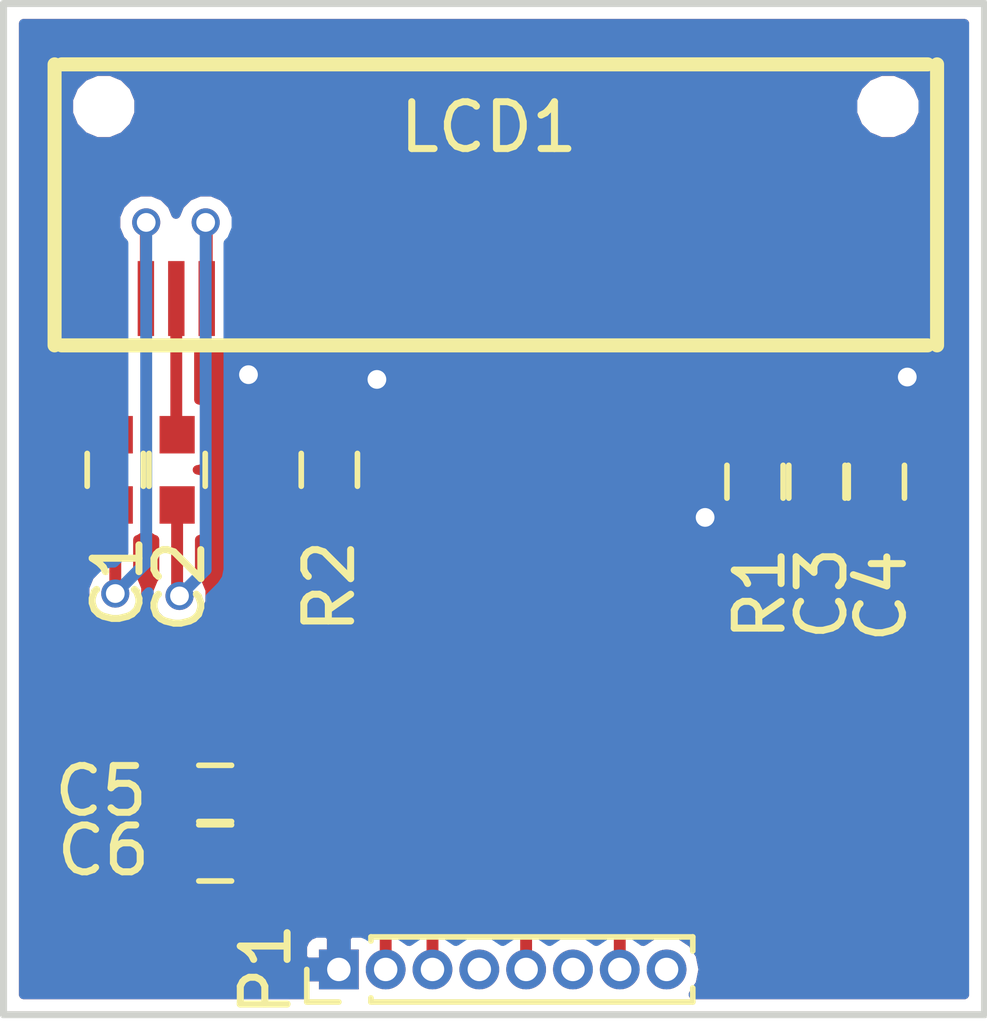
<source format=kicad_pcb>
(kicad_pcb (version 4) (host pcbnew 4.0.6)

  (general
    (links 28)
    (no_connects 0)
    (area 103.731287 82.263 154.840715 113.669133)
    (thickness 1.6)
    (drawings 9)
    (tracks 74)
    (zones 0)
    (modules 10)
    (nets 25)
  )

  (page A4)
  (layers
    (0 F.Cu signal)
    (31 B.Cu signal)
    (32 B.Adhes user)
    (33 F.Adhes user)
    (34 B.Paste user)
    (35 F.Paste user)
    (36 B.SilkS user)
    (37 F.SilkS user)
    (38 B.Mask user)
    (39 F.Mask user)
    (40 Dwgs.User user hide)
    (41 Cmts.User user)
    (42 Eco1.User user)
    (43 Eco2.User user)
    (44 Edge.Cuts user)
    (45 Margin user)
    (46 B.CrtYd user)
    (47 F.CrtYd user)
    (48 B.Fab user hide)
    (49 F.Fab user hide)
  )

  (setup
    (last_trace_width 0.2032)
    (user_trace_width 0.2032)
    (user_trace_width 0.254)
    (trace_clearance 0.2)
    (zone_clearance 0.254)
    (zone_45_only no)
    (trace_min 0.2)
    (segment_width 0.2)
    (edge_width 0.15)
    (via_size 0.6)
    (via_drill 0.4)
    (via_min_size 0.4)
    (via_min_drill 0.3)
    (uvia_size 0.3)
    (uvia_drill 0.1)
    (uvias_allowed no)
    (uvia_min_size 0.2)
    (uvia_min_drill 0.1)
    (pcb_text_width 0.3)
    (pcb_text_size 1.5 1.5)
    (mod_edge_width 0.15)
    (mod_text_size 1 1)
    (mod_text_width 0.15)
    (pad_size 0.8 0.8)
    (pad_drill 0.8)
    (pad_to_mask_clearance 0.2)
    (aux_axis_origin 116.205 88.011)
    (grid_origin 116.205 88.011)
    (visible_elements FFFEFF7F)
    (pcbplotparams
      (layerselection 0x00030_80000001)
      (usegerberextensions false)
      (excludeedgelayer true)
      (linewidth 0.100000)
      (plotframeref false)
      (viasonmask false)
      (mode 1)
      (useauxorigin false)
      (hpglpennumber 1)
      (hpglpenspeed 20)
      (hpglpendiameter 15)
      (hpglpenoverlay 2)
      (psnegative false)
      (psa4output false)
      (plotreference true)
      (plotvalue true)
      (plotinvisibletext false)
      (padsonsilk false)
      (subtractmaskfromsilk false)
      (outputformat 1)
      (mirror false)
      (drillshape 1)
      (scaleselection 1)
      (outputdirectory ""))
  )

  (net 0 "")
  (net 1 "Net-(C1-Pad2)")
  (net 2 "Net-(C1-Pad1)")
  (net 3 "Net-(C2-Pad2)")
  (net 4 "Net-(C2-Pad1)")
  (net 5 "Net-(C3-Pad2)")
  (net 6 GND)
  (net 7 "Net-(C4-Pad1)")
  (net 8 +3V3)
  (net 9 "Net-(LCD1-Pad13)")
  (net 10 "Net-(LCD1-Pad11)")
  (net 11 /OLED_RST)
  (net 12 "Net-(LCD1-Pad14)")
  (net 13 "Net-(LCD1-Pad15)")
  (net 14 /SCL)
  (net 15 /SDA)
  (net 16 "Net-(LCD1-Pad19)")
  (net 17 "Net-(LCD1-Pad20)")
  (net 18 "Net-(LCD1-Pad21)")
  (net 19 "Net-(LCD1-Pad22)")
  (net 20 "Net-(LCD1-Pad23)")
  (net 21 "Net-(LCD1-Pad24)")
  (net 22 "Net-(P1-Pad4)")
  (net 23 "Net-(P1-Pad6)")
  (net 24 "Net-(P1-Pad8)")

  (net_class Default "This is the default net class."
    (clearance 0.2)
    (trace_width 0.25)
    (via_dia 0.6)
    (via_drill 0.4)
    (uvia_dia 0.3)
    (uvia_drill 0.1)
    (add_net +3V3)
    (add_net /OLED_RST)
    (add_net /SCL)
    (add_net /SDA)
    (add_net GND)
    (add_net "Net-(C1-Pad1)")
    (add_net "Net-(C1-Pad2)")
    (add_net "Net-(C2-Pad1)")
    (add_net "Net-(C2-Pad2)")
    (add_net "Net-(C3-Pad2)")
    (add_net "Net-(C4-Pad1)")
    (add_net "Net-(LCD1-Pad11)")
    (add_net "Net-(LCD1-Pad13)")
    (add_net "Net-(LCD1-Pad14)")
    (add_net "Net-(LCD1-Pad15)")
    (add_net "Net-(LCD1-Pad19)")
    (add_net "Net-(LCD1-Pad20)")
    (add_net "Net-(LCD1-Pad21)")
    (add_net "Net-(LCD1-Pad22)")
    (add_net "Net-(LCD1-Pad23)")
    (add_net "Net-(LCD1-Pad24)")
    (add_net "Net-(P1-Pad4)")
    (add_net "Net-(P1-Pad6)")
    (add_net "Net-(P1-Pad8)")
  )

  (module Capacitors_SMD:C_0603 (layer F.Cu) (tedit 5A6E3B9F) (tstamp 5A6E3505)
    (at 118.5926 97.9678 270)
    (descr "Capacitor SMD 0603, reflow soldering, AVX (see smccp.pdf)")
    (tags "capacitor 0603")
    (path /5A64EFAD)
    (attr smd)
    (fp_text reference C1 (at 2.3876 -0.0508 270) (layer F.SilkS)
      (effects (font (size 1 1) (thickness 0.15)))
    )
    (fp_text value 1uF (at 0 1.5 270) (layer F.Fab)
      (effects (font (size 1 1) (thickness 0.15)))
    )
    (fp_line (start 1.4 0.65) (end -1.4 0.65) (layer F.CrtYd) (width 0.05))
    (fp_line (start 1.4 0.65) (end 1.4 -0.65) (layer F.CrtYd) (width 0.05))
    (fp_line (start -1.4 -0.65) (end -1.4 0.65) (layer F.CrtYd) (width 0.05))
    (fp_line (start -1.4 -0.65) (end 1.4 -0.65) (layer F.CrtYd) (width 0.05))
    (fp_line (start 0.35 0.6) (end -0.35 0.6) (layer F.SilkS) (width 0.12))
    (fp_line (start -0.35 -0.6) (end 0.35 -0.6) (layer F.SilkS) (width 0.12))
    (fp_line (start -0.8 -0.4) (end 0.8 -0.4) (layer F.Fab) (width 0.1))
    (fp_line (start 0.8 -0.4) (end 0.8 0.4) (layer F.Fab) (width 0.1))
    (fp_line (start 0.8 0.4) (end -0.8 0.4) (layer F.Fab) (width 0.1))
    (fp_line (start -0.8 0.4) (end -0.8 -0.4) (layer F.Fab) (width 0.1))
    (fp_text user %R (at 0 0 270) (layer F.Fab)
      (effects (font (size 0.3 0.3) (thickness 0.075)))
    )
    (pad 2 smd rect (at 0.75 0 270) (size 0.8 0.75) (layers F.Cu F.Paste F.Mask)
      (net 1 "Net-(C1-Pad2)"))
    (pad 1 smd rect (at -0.75 0 270) (size 0.8 0.75) (layers F.Cu F.Paste F.Mask)
      (net 2 "Net-(C1-Pad1)"))
    (model Capacitors_SMD.3dshapes/C_0603.wrl
      (at (xyz 0 0 0))
      (scale (xyz 1 1 1))
      (rotate (xyz 0 0 0))
    )
  )

  (module Capacitors_SMD:C_0603 (layer F.Cu) (tedit 5A6E3BB5) (tstamp 5A6E350B)
    (at 119.9134 97.9678 270)
    (descr "Capacitor SMD 0603, reflow soldering, AVX (see smccp.pdf)")
    (tags "capacitor 0603")
    (path /5A64EFCA)
    (attr smd)
    (fp_text reference C2 (at 2.4892 -0.0508 270) (layer F.SilkS)
      (effects (font (size 1 1) (thickness 0.15)))
    )
    (fp_text value 1uF (at 0 1.5 270) (layer F.Fab)
      (effects (font (size 1 1) (thickness 0.15)))
    )
    (fp_line (start 1.4 0.65) (end -1.4 0.65) (layer F.CrtYd) (width 0.05))
    (fp_line (start 1.4 0.65) (end 1.4 -0.65) (layer F.CrtYd) (width 0.05))
    (fp_line (start -1.4 -0.65) (end -1.4 0.65) (layer F.CrtYd) (width 0.05))
    (fp_line (start -1.4 -0.65) (end 1.4 -0.65) (layer F.CrtYd) (width 0.05))
    (fp_line (start 0.35 0.6) (end -0.35 0.6) (layer F.SilkS) (width 0.12))
    (fp_line (start -0.35 -0.6) (end 0.35 -0.6) (layer F.SilkS) (width 0.12))
    (fp_line (start -0.8 -0.4) (end 0.8 -0.4) (layer F.Fab) (width 0.1))
    (fp_line (start 0.8 -0.4) (end 0.8 0.4) (layer F.Fab) (width 0.1))
    (fp_line (start 0.8 0.4) (end -0.8 0.4) (layer F.Fab) (width 0.1))
    (fp_line (start -0.8 0.4) (end -0.8 -0.4) (layer F.Fab) (width 0.1))
    (fp_text user %R (at 0 0 270) (layer F.Fab)
      (effects (font (size 0.3 0.3) (thickness 0.075)))
    )
    (pad 2 smd rect (at 0.75 0 270) (size 0.8 0.75) (layers F.Cu F.Paste F.Mask)
      (net 3 "Net-(C2-Pad2)"))
    (pad 1 smd rect (at -0.75 0 270) (size 0.8 0.75) (layers F.Cu F.Paste F.Mask)
      (net 4 "Net-(C2-Pad1)"))
    (model Capacitors_SMD.3dshapes/C_0603.wrl
      (at (xyz 0 0 0))
      (scale (xyz 1 1 1))
      (rotate (xyz 0 0 0))
    )
  )

  (module Capacitors_SMD:C_0603 (layer F.Cu) (tedit 5A6E3D46) (tstamp 5A6E3511)
    (at 133.5786 98.2218 90)
    (descr "Capacitor SMD 0603, reflow soldering, AVX (see smccp.pdf)")
    (tags "capacitor 0603")
    (path /5A64F3A5)
    (attr smd)
    (fp_text reference C3 (at -2.3876 0.1016 90) (layer F.SilkS)
      (effects (font (size 1 1) (thickness 0.15)))
    )
    (fp_text value "4.7uF 16V" (at 0 1.5 90) (layer F.Fab)
      (effects (font (size 1 1) (thickness 0.15)))
    )
    (fp_line (start 1.4 0.65) (end -1.4 0.65) (layer F.CrtYd) (width 0.05))
    (fp_line (start 1.4 0.65) (end 1.4 -0.65) (layer F.CrtYd) (width 0.05))
    (fp_line (start -1.4 -0.65) (end -1.4 0.65) (layer F.CrtYd) (width 0.05))
    (fp_line (start -1.4 -0.65) (end 1.4 -0.65) (layer F.CrtYd) (width 0.05))
    (fp_line (start 0.35 0.6) (end -0.35 0.6) (layer F.SilkS) (width 0.12))
    (fp_line (start -0.35 -0.6) (end 0.35 -0.6) (layer F.SilkS) (width 0.12))
    (fp_line (start -0.8 -0.4) (end 0.8 -0.4) (layer F.Fab) (width 0.1))
    (fp_line (start 0.8 -0.4) (end 0.8 0.4) (layer F.Fab) (width 0.1))
    (fp_line (start 0.8 0.4) (end -0.8 0.4) (layer F.Fab) (width 0.1))
    (fp_line (start -0.8 0.4) (end -0.8 -0.4) (layer F.Fab) (width 0.1))
    (fp_text user %R (at 0 0 90) (layer F.Fab)
      (effects (font (size 0.3 0.3) (thickness 0.075)))
    )
    (pad 2 smd rect (at 0.75 0 90) (size 0.8 0.75) (layers F.Cu F.Paste F.Mask)
      (net 5 "Net-(C3-Pad2)"))
    (pad 1 smd rect (at -0.75 0 90) (size 0.8 0.75) (layers F.Cu F.Paste F.Mask)
      (net 6 GND))
    (model Capacitors_SMD.3dshapes/C_0603.wrl
      (at (xyz 0 0 0))
      (scale (xyz 1 1 1))
      (rotate (xyz 0 0 0))
    )
  )

  (module Capacitors_SMD:C_0603 (layer F.Cu) (tedit 5A6E3D4E) (tstamp 5A6E3517)
    (at 134.8486 98.2218 270)
    (descr "Capacitor SMD 0603, reflow soldering, AVX (see smccp.pdf)")
    (tags "capacitor 0603")
    (path /5A64F370)
    (attr smd)
    (fp_text reference C4 (at 2.4384 -0.1016 270) (layer F.SilkS)
      (effects (font (size 1 1) (thickness 0.15)))
    )
    (fp_text value 2.2uF (at 0 1.5 270) (layer F.Fab)
      (effects (font (size 1 1) (thickness 0.15)))
    )
    (fp_line (start 1.4 0.65) (end -1.4 0.65) (layer F.CrtYd) (width 0.05))
    (fp_line (start 1.4 0.65) (end 1.4 -0.65) (layer F.CrtYd) (width 0.05))
    (fp_line (start -1.4 -0.65) (end -1.4 0.65) (layer F.CrtYd) (width 0.05))
    (fp_line (start -1.4 -0.65) (end 1.4 -0.65) (layer F.CrtYd) (width 0.05))
    (fp_line (start 0.35 0.6) (end -0.35 0.6) (layer F.SilkS) (width 0.12))
    (fp_line (start -0.35 -0.6) (end 0.35 -0.6) (layer F.SilkS) (width 0.12))
    (fp_line (start -0.8 -0.4) (end 0.8 -0.4) (layer F.Fab) (width 0.1))
    (fp_line (start 0.8 -0.4) (end 0.8 0.4) (layer F.Fab) (width 0.1))
    (fp_line (start 0.8 0.4) (end -0.8 0.4) (layer F.Fab) (width 0.1))
    (fp_line (start -0.8 0.4) (end -0.8 -0.4) (layer F.Fab) (width 0.1))
    (fp_text user %R (at 0 0 270) (layer F.Fab)
      (effects (font (size 0.3 0.3) (thickness 0.075)))
    )
    (pad 2 smd rect (at 0.75 0 270) (size 0.8 0.75) (layers F.Cu F.Paste F.Mask)
      (net 6 GND))
    (pad 1 smd rect (at -0.75 0 270) (size 0.8 0.75) (layers F.Cu F.Paste F.Mask)
      (net 7 "Net-(C4-Pad1)"))
    (model Capacitors_SMD.3dshapes/C_0603.wrl
      (at (xyz 0 0 0))
      (scale (xyz 1 1 1))
      (rotate (xyz 0 0 0))
    )
  )

  (module Capacitors_SMD:C_0603 (layer F.Cu) (tedit 5A6E3B65) (tstamp 5A6E351D)
    (at 120.7262 104.8766)
    (descr "Capacitor SMD 0603, reflow soldering, AVX (see smccp.pdf)")
    (tags "capacitor 0603")
    (path /5A6762A1)
    (attr smd)
    (fp_text reference C5 (at -2.4384 -0.0508) (layer F.SilkS)
      (effects (font (size 1 1) (thickness 0.15)))
    )
    (fp_text value 1uF (at 0 1.5) (layer F.Fab)
      (effects (font (size 1 1) (thickness 0.15)))
    )
    (fp_line (start 1.4 0.65) (end -1.4 0.65) (layer F.CrtYd) (width 0.05))
    (fp_line (start 1.4 0.65) (end 1.4 -0.65) (layer F.CrtYd) (width 0.05))
    (fp_line (start -1.4 -0.65) (end -1.4 0.65) (layer F.CrtYd) (width 0.05))
    (fp_line (start -1.4 -0.65) (end 1.4 -0.65) (layer F.CrtYd) (width 0.05))
    (fp_line (start 0.35 0.6) (end -0.35 0.6) (layer F.SilkS) (width 0.12))
    (fp_line (start -0.35 -0.6) (end 0.35 -0.6) (layer F.SilkS) (width 0.12))
    (fp_line (start -0.8 -0.4) (end 0.8 -0.4) (layer F.Fab) (width 0.1))
    (fp_line (start 0.8 -0.4) (end 0.8 0.4) (layer F.Fab) (width 0.1))
    (fp_line (start 0.8 0.4) (end -0.8 0.4) (layer F.Fab) (width 0.1))
    (fp_line (start -0.8 0.4) (end -0.8 -0.4) (layer F.Fab) (width 0.1))
    (fp_text user %R (at 0 0) (layer F.Fab)
      (effects (font (size 0.3 0.3) (thickness 0.075)))
    )
    (pad 2 smd rect (at 0.75 0) (size 0.8 0.75) (layers F.Cu F.Paste F.Mask)
      (net 8 +3V3))
    (pad 1 smd rect (at -0.75 0) (size 0.8 0.75) (layers F.Cu F.Paste F.Mask)
      (net 6 GND))
    (model Capacitors_SMD.3dshapes/C_0603.wrl
      (at (xyz 0 0 0))
      (scale (xyz 1 1 1))
      (rotate (xyz 0 0 0))
    )
  )

  (module Capacitors_SMD:C_0603 (layer F.Cu) (tedit 5A6E3B6B) (tstamp 5A6E3523)
    (at 120.7262 106.1466)
    (descr "Capacitor SMD 0603, reflow soldering, AVX (see smccp.pdf)")
    (tags "capacitor 0603")
    (path /5A676327)
    (attr smd)
    (fp_text reference C6 (at -2.3876 -0.0508) (layer F.SilkS)
      (effects (font (size 1 1) (thickness 0.15)))
    )
    (fp_text value 0.1uF (at 0 1.5) (layer F.Fab)
      (effects (font (size 1 1) (thickness 0.15)))
    )
    (fp_line (start 1.4 0.65) (end -1.4 0.65) (layer F.CrtYd) (width 0.05))
    (fp_line (start 1.4 0.65) (end 1.4 -0.65) (layer F.CrtYd) (width 0.05))
    (fp_line (start -1.4 -0.65) (end -1.4 0.65) (layer F.CrtYd) (width 0.05))
    (fp_line (start -1.4 -0.65) (end 1.4 -0.65) (layer F.CrtYd) (width 0.05))
    (fp_line (start 0.35 0.6) (end -0.35 0.6) (layer F.SilkS) (width 0.12))
    (fp_line (start -0.35 -0.6) (end 0.35 -0.6) (layer F.SilkS) (width 0.12))
    (fp_line (start -0.8 -0.4) (end 0.8 -0.4) (layer F.Fab) (width 0.1))
    (fp_line (start 0.8 -0.4) (end 0.8 0.4) (layer F.Fab) (width 0.1))
    (fp_line (start 0.8 0.4) (end -0.8 0.4) (layer F.Fab) (width 0.1))
    (fp_line (start -0.8 0.4) (end -0.8 -0.4) (layer F.Fab) (width 0.1))
    (fp_text user %R (at 0 0) (layer F.Fab)
      (effects (font (size 0.3 0.3) (thickness 0.075)))
    )
    (pad 2 smd rect (at 0.75 0) (size 0.8 0.75) (layers F.Cu F.Paste F.Mask)
      (net 8 +3V3))
    (pad 1 smd rect (at -0.75 0) (size 0.8 0.75) (layers F.Cu F.Paste F.Mask)
      (net 6 GND))
    (model Capacitors_SMD.3dshapes/C_0603.wrl
      (at (xyz 0 0 0))
      (scale (xyz 1 1 1))
      (rotate (xyz 0 0 0))
    )
  )

  (module Solutions:0.66in_OLED_Display (layer F.Cu) (tedit 5A6E418C) (tstamp 5A6E3545)
    (at 126.7206 94.3102)
    (path /5A64ECF1)
    (fp_text reference LCD1 (at -0.1524 -3.6576) (layer F.SilkS)
      (effects (font (size 1 1) (thickness 0.15)))
    )
    (fp_text value OLED_64x48 (at 0 -3) (layer F.Fab)
      (effects (font (size 1 1) (thickness 0.15)))
    )
    (fp_line (start 9.425 1) (end 9.425 -5) (layer F.SilkS) (width 0.3))
    (fp_line (start -9.425 1) (end -9.425 -5) (layer F.SilkS) (width 0.3))
    (fp_line (start -9.275 -5) (end 9.225 -5) (layer F.SilkS) (width 0.3))
    (fp_line (start 9.225 1) (end -9.275 1) (layer F.SilkS) (width 0.3))
    (pad "" np_thru_hole circle (at 8.375 -4.1) (size 0.8 0.8) (drill 0.8) (layers *.Cu *.Mask))
    (pad 1 smd rect (at -8.775 0) (size 0.35 1.6) (layers F.Cu F.Paste F.Mask)
      (net 6 GND))
    (pad 2 smd rect (at -8.125 0) (size 0.35 1.6) (layers F.Cu F.Paste F.Mask)
      (net 2 "Net-(C1-Pad1)"))
    (pad 3 smd rect (at -7.475 0) (size 0.35 1.6) (layers F.Cu F.Paste F.Mask)
      (net 1 "Net-(C1-Pad2)"))
    (pad 4 smd rect (at -6.825 0) (size 0.35 1.6) (layers F.Cu F.Paste F.Mask)
      (net 4 "Net-(C2-Pad1)"))
    (pad 5 smd rect (at -6.175 0) (size 0.35 1.6) (layers F.Cu F.Paste F.Mask)
      (net 3 "Net-(C2-Pad2)"))
    (pad 6 smd rect (at -5.525 0) (size 0.35 1.6) (layers F.Cu F.Paste F.Mask)
      (net 8 +3V3))
    (pad 7 smd rect (at -4.875 0) (size 0.35 1.6) (layers F.Cu F.Paste F.Mask)
      (net 6 GND))
    (pad 8 smd rect (at -4.225 0) (size 0.35 1.6) (layers F.Cu F.Paste F.Mask)
      (net 8 +3V3))
    (pad 9 smd rect (at -3.575 0) (size 0.35 1.6) (layers F.Cu F.Paste F.Mask)
      (net 9 "Net-(LCD1-Pad13)"))
    (pad 10 smd rect (at -2.925 0) (size 0.35 1.6) (layers F.Cu F.Paste F.Mask)
      (net 6 GND))
    (pad 11 smd rect (at -2.275 0) (size 0.35 1.6) (layers F.Cu F.Paste F.Mask)
      (net 10 "Net-(LCD1-Pad11)"))
    (pad 12 smd rect (at -1.625 0) (size 0.35 1.6) (layers F.Cu F.Paste F.Mask)
      (net 11 /OLED_RST))
    (pad 13 smd rect (at -0.975 0) (size 0.35 1.6) (layers F.Cu F.Paste F.Mask)
      (net 9 "Net-(LCD1-Pad13)"))
    (pad 14 smd rect (at -0.325 0) (size 0.35 1.6) (layers F.Cu F.Paste F.Mask)
      (net 12 "Net-(LCD1-Pad14)"))
    (pad 15 smd rect (at 0.325 0) (size 0.35 1.6) (layers F.Cu F.Paste F.Mask)
      (net 13 "Net-(LCD1-Pad15)"))
    (pad 16 smd rect (at 0.975 0) (size 0.35 1.6) (layers F.Cu F.Paste F.Mask)
      (net 14 /SCL))
    (pad 17 smd rect (at 1.625 0) (size 0.35 1.6) (layers F.Cu F.Paste F.Mask)
      (net 15 /SDA))
    (pad 18 smd rect (at 2.275 0) (size 0.35 1.6) (layers F.Cu F.Paste F.Mask)
      (net 15 /SDA))
    (pad 19 smd rect (at 2.925 0) (size 0.35 1.6) (layers F.Cu F.Paste F.Mask)
      (net 16 "Net-(LCD1-Pad19)"))
    (pad 20 smd rect (at 3.575 0) (size 0.35 1.6) (layers F.Cu F.Paste F.Mask)
      (net 17 "Net-(LCD1-Pad20)"))
    (pad 21 smd rect (at 4.225 0) (size 0.35 1.6) (layers F.Cu F.Paste F.Mask)
      (net 18 "Net-(LCD1-Pad21)"))
    (pad 22 smd rect (at 4.875 0) (size 0.35 1.6) (layers F.Cu F.Paste F.Mask)
      (net 19 "Net-(LCD1-Pad22)"))
    (pad 23 smd rect (at 5.525 0) (size 0.35 1.6) (layers F.Cu F.Paste F.Mask)
      (net 20 "Net-(LCD1-Pad23)"))
    (pad 24 smd rect (at 6.175 0) (size 0.35 1.6) (layers F.Cu F.Paste F.Mask)
      (net 21 "Net-(LCD1-Pad24)"))
    (pad 25 smd rect (at 6.825 0) (size 0.35 1.6) (layers F.Cu F.Paste F.Mask)
      (net 5 "Net-(C3-Pad2)"))
    (pad 26 smd rect (at 7.475 0) (size 0.35 1.6) (layers F.Cu F.Paste F.Mask)
      (net 7 "Net-(C4-Pad1)"))
    (pad 27 smd rect (at 8.125 0) (size 0.35 1.6) (layers F.Cu F.Paste F.Mask)
      (net 6 GND))
    (pad 28 smd rect (at 8.775 0) (size 0.35 1.6) (layers F.Cu F.Paste F.Mask)
      (net 6 GND))
    (pad "" np_thru_hole circle (at -8.375 -4.1) (size 0.8 0.8) (drill 0.8) (layers *.Cu *.Mask))
  )

  (module Pin_Headers:Pin_Header_Straight_1x08_Pitch1.00mm (layer F.Cu) (tedit 59B55814) (tstamp 5A6E3551)
    (at 123.3678 108.6358 90)
    (descr "Through hole straight pin header, 1x08, 1.00mm pitch, single row")
    (tags "Through hole pin header THT 1x08 1.00mm single row")
    (path /5A64F98A)
    (fp_text reference P1 (at 0 -1.56 90) (layer F.SilkS)
      (effects (font (size 1 1) (thickness 0.15)))
    )
    (fp_text value CONN_01X08 (at 0 8.56 90) (layer F.Fab)
      (effects (font (size 1 1) (thickness 0.15)))
    )
    (fp_line (start -0.3175 -0.5) (end 0.635 -0.5) (layer F.Fab) (width 0.1))
    (fp_line (start 0.635 -0.5) (end 0.635 7.5) (layer F.Fab) (width 0.1))
    (fp_line (start 0.635 7.5) (end -0.635 7.5) (layer F.Fab) (width 0.1))
    (fp_line (start -0.635 7.5) (end -0.635 -0.1825) (layer F.Fab) (width 0.1))
    (fp_line (start -0.635 -0.1825) (end -0.3175 -0.5) (layer F.Fab) (width 0.1))
    (fp_line (start -0.695 7.56) (end -0.394493 7.56) (layer F.SilkS) (width 0.12))
    (fp_line (start 0.394493 7.56) (end 0.695 7.56) (layer F.SilkS) (width 0.12))
    (fp_line (start -0.695 0.685) (end -0.695 7.56) (layer F.SilkS) (width 0.12))
    (fp_line (start 0.695 0.685) (end 0.695 7.56) (layer F.SilkS) (width 0.12))
    (fp_line (start -0.695 0.685) (end -0.608276 0.685) (layer F.SilkS) (width 0.12))
    (fp_line (start 0.608276 0.685) (end 0.695 0.685) (layer F.SilkS) (width 0.12))
    (fp_line (start -0.695 0) (end -0.695 -0.685) (layer F.SilkS) (width 0.12))
    (fp_line (start -0.695 -0.685) (end 0 -0.685) (layer F.SilkS) (width 0.12))
    (fp_line (start -1.15 -1) (end -1.15 8) (layer F.CrtYd) (width 0.05))
    (fp_line (start -1.15 8) (end 1.15 8) (layer F.CrtYd) (width 0.05))
    (fp_line (start 1.15 8) (end 1.15 -1) (layer F.CrtYd) (width 0.05))
    (fp_line (start 1.15 -1) (end -1.15 -1) (layer F.CrtYd) (width 0.05))
    (fp_text user %R (at 0 3.5 180) (layer F.Fab)
      (effects (font (size 0.76 0.76) (thickness 0.114)))
    )
    (pad 1 thru_hole rect (at 0 0 90) (size 0.85 0.85) (drill 0.5) (layers *.Cu *.Mask)
      (net 6 GND))
    (pad 2 thru_hole oval (at 0 1 90) (size 0.85 0.85) (drill 0.5) (layers *.Cu *.Mask)
      (net 8 +3V3))
    (pad 3 thru_hole oval (at 0 2 90) (size 0.85 0.85) (drill 0.5) (layers *.Cu *.Mask)
      (net 11 /OLED_RST))
    (pad 4 thru_hole oval (at 0 3 90) (size 0.85 0.85) (drill 0.5) (layers *.Cu *.Mask)
      (net 22 "Net-(P1-Pad4)"))
    (pad 5 thru_hole oval (at 0 4 90) (size 0.85 0.85) (drill 0.5) (layers *.Cu *.Mask)
      (net 14 /SCL))
    (pad 6 thru_hole oval (at 0 5 90) (size 0.85 0.85) (drill 0.5) (layers *.Cu *.Mask)
      (net 23 "Net-(P1-Pad6)"))
    (pad 7 thru_hole oval (at 0 6 90) (size 0.85 0.85) (drill 0.5) (layers *.Cu *.Mask)
      (net 15 /SDA))
    (pad 8 thru_hole oval (at 0 7 90) (size 0.85 0.85) (drill 0.5) (layers *.Cu *.Mask)
      (net 24 "Net-(P1-Pad8)"))
    (model ${KISYS3DMOD}/Pin_Headers.3dshapes/Pin_Header_Straight_1x08_Pitch1.00mm.wrl
      (at (xyz 0 0 0))
      (scale (xyz 1 1 1))
      (rotate (xyz 0 0 0))
    )
  )

  (module Capacitors_SMD:C_0603 (layer F.Cu) (tedit 5A6E3AFB) (tstamp 5A6E3557)
    (at 132.2578 98.2218 270)
    (descr "Capacitor SMD 0603, reflow soldering, AVX (see smccp.pdf)")
    (tags "capacitor 0603")
    (path /5A64F3D9)
    (attr smd)
    (fp_text reference R1 (at 2.3876 -0.1016 270) (layer F.SilkS)
      (effects (font (size 1 1) (thickness 0.15)))
    )
    (fp_text value 390K (at 0 1.5 270) (layer F.Fab)
      (effects (font (size 1 1) (thickness 0.15)))
    )
    (fp_line (start 1.4 0.65) (end -1.4 0.65) (layer F.CrtYd) (width 0.05))
    (fp_line (start 1.4 0.65) (end 1.4 -0.65) (layer F.CrtYd) (width 0.05))
    (fp_line (start -1.4 -0.65) (end -1.4 0.65) (layer F.CrtYd) (width 0.05))
    (fp_line (start -1.4 -0.65) (end 1.4 -0.65) (layer F.CrtYd) (width 0.05))
    (fp_line (start 0.35 0.6) (end -0.35 0.6) (layer F.SilkS) (width 0.12))
    (fp_line (start -0.35 -0.6) (end 0.35 -0.6) (layer F.SilkS) (width 0.12))
    (fp_line (start -0.8 -0.4) (end 0.8 -0.4) (layer F.Fab) (width 0.1))
    (fp_line (start 0.8 -0.4) (end 0.8 0.4) (layer F.Fab) (width 0.1))
    (fp_line (start 0.8 0.4) (end -0.8 0.4) (layer F.Fab) (width 0.1))
    (fp_line (start -0.8 0.4) (end -0.8 -0.4) (layer F.Fab) (width 0.1))
    (fp_text user %R (at 0 0 270) (layer F.Fab)
      (effects (font (size 0.3 0.3) (thickness 0.075)))
    )
    (pad 2 smd rect (at 0.75 0 270) (size 0.8 0.75) (layers F.Cu F.Paste F.Mask)
      (net 6 GND))
    (pad 1 smd rect (at -0.75 0 270) (size 0.8 0.75) (layers F.Cu F.Paste F.Mask)
      (net 21 "Net-(LCD1-Pad24)"))
    (model Capacitors_SMD.3dshapes/C_0603.wrl
      (at (xyz 0 0 0))
      (scale (xyz 1 1 1))
      (rotate (xyz 0 0 0))
    )
  )

  (module Capacitors_SMD:C_0603 (layer F.Cu) (tedit 5A6E3C0A) (tstamp 5A6E355D)
    (at 123.1646 97.9678 90)
    (descr "Capacitor SMD 0603, reflow soldering, AVX (see smccp.pdf)")
    (tags "capacitor 0603")
    (path /5A64F246)
    (attr smd)
    (fp_text reference R2 (at -2.4892 0 90) (layer F.SilkS)
      (effects (font (size 1 1) (thickness 0.15)))
    )
    (fp_text value 10K (at 0 1.5 90) (layer F.Fab)
      (effects (font (size 1 1) (thickness 0.15)))
    )
    (fp_line (start 1.4 0.65) (end -1.4 0.65) (layer F.CrtYd) (width 0.05))
    (fp_line (start 1.4 0.65) (end 1.4 -0.65) (layer F.CrtYd) (width 0.05))
    (fp_line (start -1.4 -0.65) (end -1.4 0.65) (layer F.CrtYd) (width 0.05))
    (fp_line (start -1.4 -0.65) (end 1.4 -0.65) (layer F.CrtYd) (width 0.05))
    (fp_line (start 0.35 0.6) (end -0.35 0.6) (layer F.SilkS) (width 0.12))
    (fp_line (start -0.35 -0.6) (end 0.35 -0.6) (layer F.SilkS) (width 0.12))
    (fp_line (start -0.8 -0.4) (end 0.8 -0.4) (layer F.Fab) (width 0.1))
    (fp_line (start 0.8 -0.4) (end 0.8 0.4) (layer F.Fab) (width 0.1))
    (fp_line (start 0.8 0.4) (end -0.8 0.4) (layer F.Fab) (width 0.1))
    (fp_line (start -0.8 0.4) (end -0.8 -0.4) (layer F.Fab) (width 0.1))
    (fp_text user %R (at 0 0 90) (layer F.Fab)
      (effects (font (size 0.3 0.3) (thickness 0.075)))
    )
    (pad 2 smd rect (at 0.75 0 90) (size 0.8 0.75) (layers F.Cu F.Paste F.Mask)
      (net 9 "Net-(LCD1-Pad13)"))
    (pad 1 smd rect (at -0.75 0 90) (size 0.8 0.75) (layers F.Cu F.Paste F.Mask)
      (net 8 +3V3))
    (model Capacitors_SMD.3dshapes/C_0603.wrl
      (at (xyz 0 0 0))
      (scale (xyz 1 1 1))
      (rotate (xyz 0 0 0))
    )
  )

  (gr_line (start 137.16 109.601) (end 116.205 109.601) (angle 90) (layer Edge.Cuts) (width 0.15))
  (gr_line (start 137.16 88.011) (end 137.16 109.601) (angle 90) (layer Edge.Cuts) (width 0.15))
  (gr_line (start 116.205 88.011) (end 137.16 88.011) (angle 90) (layer Edge.Cuts) (width 0.15))
  (gr_line (start 116.205 88.011) (end 116.205 109.601) (angle 90) (layer Edge.Cuts) (width 0.15))
  (dimension 21.59 (width 0.3) (layer Dwgs.User)
    (gr_text "0.8500 in" (at 149.305 98.806 270) (layer Dwgs.User)
      (effects (font (size 1.5 1.5) (thickness 0.3)))
    )
    (feature1 (pts (xy 116.205 109.601) (xy 150.655 109.601)))
    (feature2 (pts (xy 116.205 88.011) (xy 150.655 88.011)))
    (crossbar (pts (xy 147.955 88.011) (xy 147.955 109.601)))
    (arrow1a (pts (xy 147.955 109.601) (xy 147.368579 108.474496)))
    (arrow1b (pts (xy 147.955 109.601) (xy 148.541421 108.474496)))
    (arrow2a (pts (xy 147.955 88.011) (xy 147.368579 89.137504)))
    (arrow2b (pts (xy 147.955 88.011) (xy 148.541421 89.137504)))
  )
  (dimension 1.27 (width 0.3) (layer Dwgs.User)
    (gr_text "0.0500 in" (at 144.479 88.646 90) (layer Dwgs.User)
      (effects (font (size 1.5 1.5) (thickness 0.3)))
    )
    (feature1 (pts (xy 136.144 88.011) (xy 145.829 88.011)))
    (feature2 (pts (xy 136.144 89.281) (xy 145.829 89.281)))
    (crossbar (pts (xy 143.129 89.281) (xy 143.129 88.011)))
    (arrow1a (pts (xy 143.129 88.011) (xy 143.715421 89.137504)))
    (arrow1b (pts (xy 143.129 88.011) (xy 142.542579 89.137504)))
    (arrow2a (pts (xy 143.129 89.281) (xy 143.715421 88.154496)))
    (arrow2b (pts (xy 143.129 89.281) (xy 142.542579 88.154496)))
  )
  (dimension 1.27 (width 0.3) (layer Dwgs.User)
    (gr_text "0.0500 in" (at 109.267 88.646 90) (layer Dwgs.User)
      (effects (font (size 1.5 1.5) (thickness 0.3)))
    )
    (feature1 (pts (xy 117.348 88.011) (xy 107.917 88.011)))
    (feature2 (pts (xy 117.348 89.281) (xy 107.917 89.281)))
    (crossbar (pts (xy 110.617 89.281) (xy 110.617 88.011)))
    (arrow1a (pts (xy 110.617 88.011) (xy 111.203421 89.137504)))
    (arrow1b (pts (xy 110.617 88.011) (xy 110.030579 89.137504)))
    (arrow2a (pts (xy 110.617 89.281) (xy 111.203421 88.154496)))
    (arrow2b (pts (xy 110.617 89.281) (xy 110.030579 88.154496)))
  )
  (dimension 1.27 (width 0.3) (layer Dwgs.User)
    (gr_text "0.0500 in" (at 116.84 83.613) (layer Dwgs.User)
      (effects (font (size 1.5 1.5) (thickness 0.3)))
    )
    (feature1 (pts (xy 116.205 95.25) (xy 116.205 82.263)))
    (feature2 (pts (xy 117.475 95.25) (xy 117.475 82.263)))
    (crossbar (pts (xy 117.475 84.963) (xy 116.205 84.963)))
    (arrow1a (pts (xy 116.205 84.963) (xy 117.331504 84.376579)))
    (arrow1b (pts (xy 116.205 84.963) (xy 117.331504 85.549421)))
    (arrow2a (pts (xy 117.475 84.963) (xy 116.348496 84.376579)))
    (arrow2b (pts (xy 117.475 84.963) (xy 116.348496 85.549421)))
  )
  (dimension 1.27 (width 0.3) (layer Dwgs.User)
    (gr_text "0.0500 in" (at 136.779 83.994) (layer Dwgs.User)
      (effects (font (size 1.5 1.5) (thickness 0.3)))
    )
    (feature1 (pts (xy 137.414 95.25) (xy 137.414 82.644)))
    (feature2 (pts (xy 136.144 95.25) (xy 136.144 82.644)))
    (crossbar (pts (xy 136.144 85.344) (xy 137.414 85.344)))
    (arrow1a (pts (xy 137.414 85.344) (xy 136.287496 85.930421)))
    (arrow1b (pts (xy 137.414 85.344) (xy 136.287496 84.757579)))
    (arrow2a (pts (xy 136.144 85.344) (xy 137.270504 85.930421)))
    (arrow2b (pts (xy 136.144 85.344) (xy 137.270504 84.757579)))
  )

  (segment (start 118.5926 98.7178) (end 118.5926 100.6094) (width 0.254) (layer F.Cu) (net 1))
  (segment (start 119.2456 92.692) (end 119.2456 94.3102) (width 0.254) (layer F.Cu) (net 1) (tstamp 5A6E3D08))
  (segment (start 119.253 92.6846) (end 119.2456 92.692) (width 0.254) (layer F.Cu) (net 1) (tstamp 5A6E3D07))
  (via (at 119.253 92.6846) (size 0.6) (drill 0.4) (layers F.Cu B.Cu) (net 1))
  (segment (start 119.253 99.949) (end 119.253 92.6846) (width 0.254) (layer B.Cu) (net 1) (tstamp 5A6E3D00))
  (segment (start 118.5926 100.6094) (end 119.253 99.949) (width 0.254) (layer B.Cu) (net 1) (tstamp 5A6E3CFF))
  (via (at 118.5926 100.6094) (size 0.6) (drill 0.4) (layers F.Cu B.Cu) (net 1))
  (segment (start 118.5956 94.3102) (end 118.5956 97.2148) (width 0.254) (layer F.Cu) (net 2))
  (segment (start 118.5956 97.2148) (end 118.5926 97.2178) (width 0.254) (layer F.Cu) (net 2) (tstamp 5A6E3CDE))
  (segment (start 119.9134 98.7178) (end 119.9134 100.6094) (width 0.254) (layer F.Cu) (net 3))
  (segment (start 120.5456 92.7072) (end 120.5456 94.3102) (width 0.254) (layer F.Cu) (net 3) (tstamp 5A6E3D1A))
  (segment (start 120.523 92.6846) (end 120.5456 92.7072) (width 0.254) (layer F.Cu) (net 3) (tstamp 5A6E3D19))
  (via (at 120.523 92.6846) (size 0.6) (drill 0.4) (layers F.Cu B.Cu) (net 3))
  (segment (start 120.523 100.1014) (end 120.523 92.6846) (width 0.254) (layer B.Cu) (net 3) (tstamp 5A6E3D14))
  (segment (start 119.9642 100.6602) (end 120.523 100.1014) (width 0.254) (layer B.Cu) (net 3) (tstamp 5A6E3D13))
  (via (at 119.9642 100.6602) (size 0.6) (drill 0.4) (layers F.Cu B.Cu) (net 3))
  (segment (start 119.9134 100.6094) (end 119.9642 100.6602) (width 0.254) (layer F.Cu) (net 3) (tstamp 5A6E3D0B))
  (segment (start 119.8956 94.3102) (end 119.8956 97.2) (width 0.254) (layer F.Cu) (net 4))
  (segment (start 119.8956 97.2) (end 119.9134 97.2178) (width 0.254) (layer F.Cu) (net 4) (tstamp 5A6E3CE4))
  (segment (start 133.5786 97.4718) (end 133.5786 94.3432) (width 0.254) (layer F.Cu) (net 5))
  (segment (start 133.5786 94.3432) (end 133.5456 94.3102) (width 0.254) (layer F.Cu) (net 5) (tstamp 5A6E3D57))
  (segment (start 133.5786 98.9718) (end 132.2578 98.9718) (width 0.254) (layer F.Cu) (net 6))
  (segment (start 134.8486 98.9718) (end 133.5786 98.9718) (width 0.254) (layer F.Cu) (net 6))
  (segment (start 132.2578 98.9718) (end 131.203 98.9718) (width 0.254) (layer F.Cu) (net 6))
  (segment (start 131.203 98.9718) (end 131.191 98.9838) (width 0.254) (layer F.Cu) (net 6) (tstamp 5A6E3F65))
  (via (at 131.191 98.9838) (size 0.6) (drill 0.4) (layers F.Cu B.Cu) (net 6))
  (segment (start 135.4956 94.3102) (end 135.4956 95.9732) (width 0.254) (layer F.Cu) (net 6))
  (via (at 135.509 95.9866) (size 0.6) (drill 0.4) (layers F.Cu B.Cu) (net 6))
  (segment (start 135.4956 95.9732) (end 135.509 95.9866) (width 0.254) (layer F.Cu) (net 6) (tstamp 5A6E3F44))
  (segment (start 134.8456 94.3102) (end 135.4956 94.3102) (width 0.254) (layer F.Cu) (net 6))
  (segment (start 121.8456 94.3102) (end 121.8456 95.5276) (width 0.254) (layer F.Cu) (net 6))
  (via (at 121.4374 95.9358) (size 0.6) (drill 0.4) (layers F.Cu B.Cu) (net 6))
  (segment (start 121.8456 95.5276) (end 121.4374 95.9358) (width 0.254) (layer F.Cu) (net 6) (tstamp 5A6E3F24))
  (segment (start 123.7956 94.3102) (end 123.7956 95.6524) (width 0.254) (layer F.Cu) (net 6))
  (via (at 124.1806 96.0374) (size 0.6) (drill 0.4) (layers F.Cu B.Cu) (net 6))
  (segment (start 123.7956 95.6524) (end 124.1806 96.0374) (width 0.254) (layer F.Cu) (net 6) (tstamp 5A6E3F10))
  (segment (start 134.8486 97.4718) (end 134.8486 96.647) (width 0.254) (layer F.Cu) (net 7))
  (segment (start 134.1956 95.994) (end 134.1956 94.3102) (width 0.254) (layer F.Cu) (net 7) (tstamp 5A6E3D60))
  (segment (start 134.8486 96.647) (end 134.1956 95.994) (width 0.254) (layer F.Cu) (net 7) (tstamp 5A6E3D5F))
  (segment (start 121.1956 94.3102) (end 121.1956 93.1296) (width 0.254) (layer F.Cu) (net 8))
  (segment (start 122.4956 93.1332) (end 122.4956 94.3102) (width 0.254) (layer F.Cu) (net 8) (tstamp 5A6E3E7D))
  (segment (start 122.2502 92.8878) (end 122.4956 93.1332) (width 0.254) (layer F.Cu) (net 8) (tstamp 5A6E3E7B))
  (segment (start 121.4374 92.8878) (end 122.2502 92.8878) (width 0.254) (layer F.Cu) (net 8) (tstamp 5A6E3E7A))
  (segment (start 121.1956 93.1296) (end 121.4374 92.8878) (width 0.254) (layer F.Cu) (net 8) (tstamp 5A6E3E76))
  (segment (start 122.4956 94.3102) (end 122.4956 95.7532) (width 0.254) (layer F.Cu) (net 8))
  (segment (start 122.313 95.9358) (end 122.313 98.7178) (width 0.254) (layer F.Cu) (net 8) (tstamp 5A6E3E57))
  (segment (start 122.4956 95.7532) (end 122.313 95.9358) (width 0.254) (layer F.Cu) (net 8) (tstamp 5A6E3E54))
  (segment (start 121.4762 104.8766) (end 121.4762 99.5546) (width 0.254) (layer F.Cu) (net 8))
  (segment (start 122.313 98.7178) (end 123.1646 98.7178) (width 0.254) (layer F.Cu) (net 8) (tstamp 5A6E3E4B))
  (segment (start 121.4762 99.5546) (end 122.313 98.7178) (width 0.254) (layer F.Cu) (net 8) (tstamp 5A6E3E47))
  (segment (start 124.3678 108.6358) (end 124.3678 107.4006) (width 0.254) (layer F.Cu) (net 8))
  (segment (start 123.1138 106.1466) (end 121.4762 106.1466) (width 0.254) (layer F.Cu) (net 8) (tstamp 5A6E3E3E))
  (segment (start 124.3678 107.4006) (end 123.1138 106.1466) (width 0.254) (layer F.Cu) (net 8) (tstamp 5A6E3E39))
  (segment (start 121.4762 104.8766) (end 121.4762 106.1466) (width 0.254) (layer F.Cu) (net 8))
  (segment (start 123.1456 94.3102) (end 123.1456 93.1608) (width 0.254) (layer F.Cu) (net 9))
  (segment (start 125.7456 93.1828) (end 125.7456 94.3102) (width 0.254) (layer F.Cu) (net 9) (tstamp 5A6E3EF7))
  (segment (start 125.4506 92.8878) (end 125.7456 93.1828) (width 0.254) (layer F.Cu) (net 9) (tstamp 5A6E3EF4))
  (segment (start 123.4186 92.8878) (end 125.4506 92.8878) (width 0.254) (layer F.Cu) (net 9) (tstamp 5A6E3EF2))
  (segment (start 123.1456 93.1608) (end 123.4186 92.8878) (width 0.254) (layer F.Cu) (net 9) (tstamp 5A6E3EE7))
  (segment (start 123.1456 94.3102) (end 123.1456 97.1988) (width 0.254) (layer F.Cu) (net 9))
  (segment (start 123.1456 97.1988) (end 123.1646 97.2178) (width 0.254) (layer F.Cu) (net 9) (tstamp 5A6E3CE9))
  (segment (start 125.3678 108.6358) (end 125.3678 96.2594) (width 0.254) (layer F.Cu) (net 11))
  (segment (start 125.0956 95.9872) (end 125.0956 94.3102) (width 0.254) (layer F.Cu) (net 11) (tstamp 5A6E3EA9))
  (segment (start 125.3678 96.2594) (end 125.0956 95.9872) (width 0.254) (layer F.Cu) (net 11) (tstamp 5A6E3EA4))
  (segment (start 127.3678 108.6358) (end 127.3678 96.3554) (width 0.254) (layer F.Cu) (net 14))
  (segment (start 127.6956 96.0276) (end 127.6956 94.3102) (width 0.254) (layer F.Cu) (net 14) (tstamp 5A6E3EAF))
  (segment (start 127.3678 96.3554) (end 127.6956 96.0276) (width 0.254) (layer F.Cu) (net 14) (tstamp 5A6E3EAD))
  (segment (start 128.9956 94.3102) (end 128.3456 94.3102) (width 0.2032) (layer F.Cu) (net 15) (status C00000))
  (segment (start 129.3678 108.6358) (end 129.3678 97.0082) (width 0.254) (layer F.Cu) (net 15))
  (segment (start 128.3456 95.986) (end 128.3456 94.3102) (width 0.254) (layer F.Cu) (net 15) (tstamp 5A6E3EB4))
  (segment (start 129.3678 97.0082) (end 128.3456 95.986) (width 0.254) (layer F.Cu) (net 15) (tstamp 5A6E3EB3))
  (segment (start 132.2578 97.4718) (end 132.2578 96.5962) (width 0.254) (layer F.Cu) (net 21))
  (segment (start 132.8956 95.9584) (end 132.8956 94.3102) (width 0.254) (layer F.Cu) (net 21) (tstamp 5A6E3D5B))
  (segment (start 132.2578 96.5962) (end 132.8956 95.9584) (width 0.254) (layer F.Cu) (net 21) (tstamp 5A6E3D5A))

  (zone (net 6) (net_name GND) (layer F.Cu) (tstamp 5A6E3FB3) (hatch edge 0.508)
    (connect_pads (clearance 0.254))
    (min_thickness 0.2)
    (fill yes (arc_segments 16) (thermal_gap 0.254) (thermal_bridge_width 0.508))
    (polygon
      (pts
        (xy 116.205 88.011) (xy 137.16 88.011) (xy 137.16 109.601) (xy 116.205 109.601)
      )
    )
    (filled_polygon
      (pts
        (xy 136.731 109.172) (xy 130.938613 109.172) (xy 131.087502 108.949172) (xy 131.1468 108.651062) (xy 131.1468 108.620538)
        (xy 131.087502 108.322428) (xy 130.918636 108.069702) (xy 130.66591 107.900836) (xy 130.3678 107.841538) (xy 130.06969 107.900836)
        (xy 129.8678 108.035734) (xy 129.8488 108.023039) (xy 129.8488 99.2143) (xy 131.5288 99.2143) (xy 131.5288 99.442215)
        (xy 131.582693 99.572325) (xy 131.682275 99.671907) (xy 131.812385 99.7258) (xy 132.0153 99.7258) (xy 132.1038 99.6373)
        (xy 132.1038 99.1258) (xy 132.4118 99.1258) (xy 132.4118 99.6373) (xy 132.5003 99.7258) (xy 132.703215 99.7258)
        (xy 132.833325 99.671907) (xy 132.9182 99.587032) (xy 133.003075 99.671907) (xy 133.133185 99.7258) (xy 133.3361 99.7258)
        (xy 133.4246 99.6373) (xy 133.4246 99.1258) (xy 133.7326 99.1258) (xy 133.7326 99.6373) (xy 133.8211 99.7258)
        (xy 134.024015 99.7258) (xy 134.154125 99.671907) (xy 134.2136 99.612432) (xy 134.273075 99.671907) (xy 134.403185 99.7258)
        (xy 134.6061 99.7258) (xy 134.6946 99.6373) (xy 134.6946 99.1258) (xy 135.0026 99.1258) (xy 135.0026 99.6373)
        (xy 135.0911 99.7258) (xy 135.294015 99.7258) (xy 135.424125 99.671907) (xy 135.523707 99.572325) (xy 135.5776 99.442215)
        (xy 135.5776 99.2143) (xy 135.4891 99.1258) (xy 135.0026 99.1258) (xy 134.6946 99.1258) (xy 133.7326 99.1258)
        (xy 133.4246 99.1258) (xy 132.9381 99.1258) (xy 132.9182 99.1457) (xy 132.8983 99.1258) (xy 132.4118 99.1258)
        (xy 132.1038 99.1258) (xy 131.6173 99.1258) (xy 131.5288 99.2143) (xy 129.8488 99.2143) (xy 129.8488 97.0082)
        (xy 129.812186 96.824129) (xy 129.707918 96.668082) (xy 128.8266 95.786764) (xy 128.8266 95.471135) (xy 129.1706 95.471135)
        (xy 129.301784 95.446451) (xy 129.319234 95.435222) (xy 129.330176 95.442698) (xy 129.4706 95.471135) (xy 129.8206 95.471135)
        (xy 129.951784 95.446451) (xy 129.969234 95.435222) (xy 129.980176 95.442698) (xy 130.1206 95.471135) (xy 130.4706 95.471135)
        (xy 130.601784 95.446451) (xy 130.619234 95.435222) (xy 130.630176 95.442698) (xy 130.7706 95.471135) (xy 131.1206 95.471135)
        (xy 131.251784 95.446451) (xy 131.269234 95.435222) (xy 131.280176 95.442698) (xy 131.4206 95.471135) (xy 131.7706 95.471135)
        (xy 131.901784 95.446451) (xy 131.919234 95.435222) (xy 131.930176 95.442698) (xy 132.0706 95.471135) (xy 132.4146 95.471135)
        (xy 132.4146 95.759163) (xy 131.917682 96.256082) (xy 131.813414 96.412129) (xy 131.7768 96.5962) (xy 131.7768 96.73081)
        (xy 131.751616 96.735549) (xy 131.631131 96.813079) (xy 131.550302 96.931376) (xy 131.521865 97.0718) (xy 131.521865 97.8718)
        (xy 131.546549 98.002984) (xy 131.624079 98.123469) (xy 131.742376 98.204298) (xy 131.81129 98.218254) (xy 131.682275 98.271693)
        (xy 131.582693 98.371275) (xy 131.5288 98.501385) (xy 131.5288 98.7293) (xy 131.6173 98.8178) (xy 132.1038 98.8178)
        (xy 132.1038 98.7978) (xy 132.4118 98.7978) (xy 132.4118 98.8178) (xy 132.8983 98.8178) (xy 132.9182 98.7979)
        (xy 132.9381 98.8178) (xy 133.4246 98.8178) (xy 133.4246 98.7978) (xy 133.7326 98.7978) (xy 133.7326 98.8178)
        (xy 134.6946 98.8178) (xy 134.6946 98.7978) (xy 135.0026 98.7978) (xy 135.0026 98.8178) (xy 135.4891 98.8178)
        (xy 135.5776 98.7293) (xy 135.5776 98.501385) (xy 135.523707 98.371275) (xy 135.424125 98.271693) (xy 135.296813 98.218959)
        (xy 135.354784 98.208051) (xy 135.475269 98.130521) (xy 135.556098 98.012224) (xy 135.584535 97.8718) (xy 135.584535 97.0718)
        (xy 135.559851 96.940616) (xy 135.482321 96.820131) (xy 135.364024 96.739302) (xy 135.3296 96.732331) (xy 135.3296 96.647)
        (xy 135.292986 96.462929) (xy 135.288934 96.456865) (xy 135.188718 96.306881) (xy 134.6766 95.794764) (xy 134.6766 95.4572)
        (xy 134.7581 95.3757) (xy 134.7581 94.4642) (xy 134.9331 94.4642) (xy 134.9331 95.3757) (xy 135.0216 95.4642)
        (xy 135.091015 95.4642) (xy 135.1706 95.431235) (xy 135.250185 95.4642) (xy 135.3196 95.4642) (xy 135.4081 95.3757)
        (xy 135.4081 94.4642) (xy 135.5831 94.4642) (xy 135.5831 95.3757) (xy 135.6716 95.4642) (xy 135.741015 95.4642)
        (xy 135.871125 95.410307) (xy 135.970707 95.310725) (xy 136.0246 95.180615) (xy 136.0246 94.5527) (xy 135.9361 94.4642)
        (xy 135.5831 94.4642) (xy 135.4081 94.4642) (xy 134.9331 94.4642) (xy 134.7581 94.4642) (xy 134.731535 94.4642)
        (xy 134.731535 94.1562) (xy 134.7581 94.1562) (xy 134.7581 93.2447) (xy 134.9331 93.2447) (xy 134.9331 94.1562)
        (xy 135.4081 94.1562) (xy 135.4081 93.2447) (xy 135.5831 93.2447) (xy 135.5831 94.1562) (xy 135.9361 94.1562)
        (xy 136.0246 94.0677) (xy 136.0246 93.439785) (xy 135.970707 93.309675) (xy 135.871125 93.210093) (xy 135.741015 93.1562)
        (xy 135.6716 93.1562) (xy 135.5831 93.2447) (xy 135.4081 93.2447) (xy 135.3196 93.1562) (xy 135.250185 93.1562)
        (xy 135.1706 93.189165) (xy 135.091015 93.1562) (xy 135.0216 93.1562) (xy 134.9331 93.2447) (xy 134.7581 93.2447)
        (xy 134.6696 93.1562) (xy 134.600185 93.1562) (xy 134.525083 93.187308) (xy 134.511024 93.177702) (xy 134.3706 93.149265)
        (xy 134.0206 93.149265) (xy 133.889416 93.173949) (xy 133.871966 93.185178) (xy 133.861024 93.177702) (xy 133.7206 93.149265)
        (xy 133.3706 93.149265) (xy 133.239416 93.173949) (xy 133.221966 93.185178) (xy 133.211024 93.177702) (xy 133.0706 93.149265)
        (xy 132.7206 93.149265) (xy 132.589416 93.173949) (xy 132.571966 93.185178) (xy 132.561024 93.177702) (xy 132.4206 93.149265)
        (xy 132.0706 93.149265) (xy 131.939416 93.173949) (xy 131.921966 93.185178) (xy 131.911024 93.177702) (xy 131.7706 93.149265)
        (xy 131.4206 93.149265) (xy 131.289416 93.173949) (xy 131.271966 93.185178) (xy 131.261024 93.177702) (xy 131.1206 93.149265)
        (xy 130.7706 93.149265) (xy 130.639416 93.173949) (xy 130.621966 93.185178) (xy 130.611024 93.177702) (xy 130.4706 93.149265)
        (xy 130.1206 93.149265) (xy 129.989416 93.173949) (xy 129.971966 93.185178) (xy 129.961024 93.177702) (xy 129.8206 93.149265)
        (xy 129.4706 93.149265) (xy 129.339416 93.173949) (xy 129.321966 93.185178) (xy 129.311024 93.177702) (xy 129.1706 93.149265)
        (xy 128.8206 93.149265) (xy 128.689416 93.173949) (xy 128.671966 93.185178) (xy 128.661024 93.177702) (xy 128.5206 93.149265)
        (xy 128.1706 93.149265) (xy 128.039416 93.173949) (xy 128.021966 93.185178) (xy 128.011024 93.177702) (xy 127.8706 93.149265)
        (xy 127.5206 93.149265) (xy 127.389416 93.173949) (xy 127.371966 93.185178) (xy 127.361024 93.177702) (xy 127.2206 93.149265)
        (xy 126.8706 93.149265) (xy 126.739416 93.173949) (xy 126.721966 93.185178) (xy 126.711024 93.177702) (xy 126.5706 93.149265)
        (xy 126.2206 93.149265) (xy 126.219954 93.149387) (xy 126.189986 92.998729) (xy 126.085718 92.842682) (xy 125.790718 92.547682)
        (xy 125.634671 92.443414) (xy 125.4506 92.4068) (xy 123.4186 92.4068) (xy 123.234529 92.443414) (xy 123.078481 92.547682)
        (xy 122.8344 92.791764) (xy 122.590318 92.547682) (xy 122.434271 92.443414) (xy 122.2502 92.4068) (xy 121.4374 92.4068)
        (xy 121.253329 92.443414) (xy 121.157446 92.507482) (xy 121.077758 92.314623) (xy 120.893945 92.130489) (xy 120.653659 92.030713)
        (xy 120.393482 92.030486) (xy 120.153023 92.129842) (xy 119.968889 92.313655) (xy 119.887924 92.508639) (xy 119.807758 92.314623)
        (xy 119.623945 92.130489) (xy 119.383659 92.030713) (xy 119.123482 92.030486) (xy 118.883023 92.129842) (xy 118.698889 92.313655)
        (xy 118.599113 92.553941) (xy 118.598886 92.814118) (xy 118.698242 93.054577) (xy 118.7646 93.121051) (xy 118.7646 93.149265)
        (xy 118.4206 93.149265) (xy 118.289416 93.173949) (xy 118.267661 93.187948) (xy 118.191015 93.1562) (xy 118.1216 93.1562)
        (xy 118.0331 93.2447) (xy 118.0331 94.1562) (xy 118.059665 94.1562) (xy 118.059665 94.4642) (xy 118.0331 94.4642)
        (xy 118.0331 95.3757) (xy 118.1146 95.4572) (xy 118.1146 96.476246) (xy 118.086416 96.481549) (xy 117.965931 96.559079)
        (xy 117.885102 96.677376) (xy 117.856665 96.8178) (xy 117.856665 97.6178) (xy 117.881349 97.748984) (xy 117.958879 97.869469)
        (xy 118.077176 97.950298) (xy 118.161619 97.967398) (xy 118.086416 97.981549) (xy 117.965931 98.059079) (xy 117.885102 98.177376)
        (xy 117.856665 98.3178) (xy 117.856665 99.1178) (xy 117.881349 99.248984) (xy 117.958879 99.369469) (xy 118.077176 99.450298)
        (xy 118.1116 99.457269) (xy 118.1116 100.165471) (xy 118.038489 100.238455) (xy 117.938713 100.478741) (xy 117.938486 100.738918)
        (xy 118.037842 100.979377) (xy 118.221655 101.163511) (xy 118.461941 101.263287) (xy 118.722118 101.263514) (xy 118.962577 101.164158)
        (xy 119.146711 100.980345) (xy 119.246487 100.740059) (xy 119.246714 100.479882) (xy 119.147358 100.239423) (xy 119.0736 100.165536)
        (xy 119.0736 99.45879) (xy 119.098784 99.454051) (xy 119.219269 99.376521) (xy 119.252717 99.327569) (xy 119.279679 99.369469)
        (xy 119.397976 99.450298) (xy 119.4324 99.457269) (xy 119.4324 100.266983) (xy 119.410089 100.289255) (xy 119.310313 100.529541)
        (xy 119.310086 100.789718) (xy 119.409442 101.030177) (xy 119.593255 101.214311) (xy 119.833541 101.314087) (xy 120.093718 101.314314)
        (xy 120.334177 101.214958) (xy 120.518311 101.031145) (xy 120.618087 100.790859) (xy 120.618314 100.530682) (xy 120.518958 100.290223)
        (xy 120.3944 100.165447) (xy 120.3944 99.45879) (xy 120.419584 99.454051) (xy 120.540069 99.376521) (xy 120.620898 99.258224)
        (xy 120.649335 99.1178) (xy 120.649335 98.3178) (xy 120.624651 98.186616) (xy 120.547121 98.066131) (xy 120.428824 97.985302)
        (xy 120.344381 97.968202) (xy 120.419584 97.954051) (xy 120.540069 97.876521) (xy 120.620898 97.758224) (xy 120.649335 97.6178)
        (xy 120.649335 96.8178) (xy 120.624651 96.686616) (xy 120.547121 96.566131) (xy 120.428824 96.485302) (xy 120.3766 96.474726)
        (xy 120.3766 95.471135) (xy 120.7206 95.471135) (xy 120.851784 95.446451) (xy 120.869234 95.435222) (xy 120.880176 95.442698)
        (xy 121.0206 95.471135) (xy 121.3706 95.471135) (xy 121.501784 95.446451) (xy 121.523539 95.432452) (xy 121.600185 95.4642)
        (xy 121.6696 95.4642) (xy 121.7581 95.3757) (xy 121.7581 94.4642) (xy 121.731535 94.4642) (xy 121.731535 94.1562)
        (xy 121.7581 94.1562) (xy 121.7581 94.1362) (xy 121.9331 94.1362) (xy 121.9331 94.1562) (xy 121.959665 94.1562)
        (xy 121.959665 94.4642) (xy 121.9331 94.4642) (xy 121.9331 95.3757) (xy 122.0146 95.4572) (xy 122.0146 95.553964)
        (xy 121.972882 95.595682) (xy 121.868614 95.751729) (xy 121.832 95.9358) (xy 121.832 98.518564) (xy 121.136082 99.214482)
        (xy 121.031814 99.370529) (xy 120.9952 99.5546) (xy 120.9952 104.155906) (xy 120.945016 104.165349) (xy 120.824531 104.242879)
        (xy 120.743702 104.361176) (xy 120.729746 104.43009) (xy 120.676307 104.301075) (xy 120.576725 104.201493) (xy 120.446615 104.1476)
        (xy 120.2187 104.1476) (xy 120.1302 104.2361) (xy 120.1302 104.7226) (xy 120.1502 104.7226) (xy 120.1502 105.0306)
        (xy 120.1302 105.0306) (xy 120.1302 105.9926) (xy 120.1502 105.9926) (xy 120.1502 106.3006) (xy 120.1302 106.3006)
        (xy 120.1302 106.7871) (xy 120.2187 106.8756) (xy 120.446615 106.8756) (xy 120.576725 106.821707) (xy 120.676307 106.722125)
        (xy 120.729041 106.594813) (xy 120.739949 106.652784) (xy 120.817479 106.773269) (xy 120.935776 106.854098) (xy 121.0762 106.882535)
        (xy 121.8762 106.882535) (xy 122.007384 106.857851) (xy 122.127869 106.780321) (xy 122.208698 106.662024) (xy 122.215669 106.6276)
        (xy 122.914564 106.6276) (xy 123.8868 107.599836) (xy 123.8868 107.866569) (xy 123.863215 107.8568) (xy 123.6103 107.8568)
        (xy 123.5218 107.9453) (xy 123.5218 108.4818) (xy 123.5418 108.4818) (xy 123.5418 108.7898) (xy 123.5218 108.7898)
        (xy 123.5218 108.8098) (xy 123.2138 108.8098) (xy 123.2138 108.7898) (xy 122.6773 108.7898) (xy 122.5888 108.8783)
        (xy 122.5888 109.131215) (xy 122.605694 109.172) (xy 116.634 109.172) (xy 116.634 108.140385) (xy 122.5888 108.140385)
        (xy 122.5888 108.3933) (xy 122.6773 108.4818) (xy 123.2138 108.4818) (xy 123.2138 107.9453) (xy 123.1253 107.8568)
        (xy 122.872385 107.8568) (xy 122.742275 107.910693) (xy 122.642693 108.010275) (xy 122.5888 108.140385) (xy 116.634 108.140385)
        (xy 116.634 106.3891) (xy 119.2222 106.3891) (xy 119.2222 106.592015) (xy 119.276093 106.722125) (xy 119.375675 106.821707)
        (xy 119.505785 106.8756) (xy 119.7337 106.8756) (xy 119.8222 106.7871) (xy 119.8222 106.3006) (xy 119.3107 106.3006)
        (xy 119.2222 106.3891) (xy 116.634 106.3891) (xy 116.634 105.1191) (xy 119.2222 105.1191) (xy 119.2222 105.322015)
        (xy 119.276093 105.452125) (xy 119.335568 105.5116) (xy 119.276093 105.571075) (xy 119.2222 105.701185) (xy 119.2222 105.9041)
        (xy 119.3107 105.9926) (xy 119.8222 105.9926) (xy 119.8222 105.0306) (xy 119.3107 105.0306) (xy 119.2222 105.1191)
        (xy 116.634 105.1191) (xy 116.634 104.431185) (xy 119.2222 104.431185) (xy 119.2222 104.6341) (xy 119.3107 104.7226)
        (xy 119.8222 104.7226) (xy 119.8222 104.2361) (xy 119.7337 104.1476) (xy 119.505785 104.1476) (xy 119.375675 104.201493)
        (xy 119.276093 104.301075) (xy 119.2222 104.431185) (xy 116.634 104.431185) (xy 116.634 94.5527) (xy 117.4166 94.5527)
        (xy 117.4166 95.180615) (xy 117.470493 95.310725) (xy 117.570075 95.410307) (xy 117.700185 95.4642) (xy 117.7696 95.4642)
        (xy 117.8581 95.3757) (xy 117.8581 94.4642) (xy 117.5051 94.4642) (xy 117.4166 94.5527) (xy 116.634 94.5527)
        (xy 116.634 93.439785) (xy 117.4166 93.439785) (xy 117.4166 94.0677) (xy 117.5051 94.1562) (xy 117.8581 94.1562)
        (xy 117.8581 93.2447) (xy 117.7696 93.1562) (xy 117.700185 93.1562) (xy 117.570075 93.210093) (xy 117.470493 93.309675)
        (xy 117.4166 93.439785) (xy 116.634 93.439785) (xy 116.634 90.359522) (xy 117.591469 90.359522) (xy 117.706017 90.636749)
        (xy 117.917936 90.849038) (xy 118.194962 90.964069) (xy 118.494922 90.964331) (xy 118.772149 90.849783) (xy 118.984438 90.637864)
        (xy 119.099469 90.360838) (xy 119.09947 90.359522) (xy 134.341469 90.359522) (xy 134.456017 90.636749) (xy 134.667936 90.849038)
        (xy 134.944962 90.964069) (xy 135.244922 90.964331) (xy 135.522149 90.849783) (xy 135.734438 90.637864) (xy 135.849469 90.360838)
        (xy 135.849731 90.060878) (xy 135.735183 89.783651) (xy 135.523264 89.571362) (xy 135.246238 89.456331) (xy 134.946278 89.456069)
        (xy 134.669051 89.570617) (xy 134.456762 89.782536) (xy 134.341731 90.059562) (xy 134.341469 90.359522) (xy 119.09947 90.359522)
        (xy 119.099731 90.060878) (xy 118.985183 89.783651) (xy 118.773264 89.571362) (xy 118.496238 89.456331) (xy 118.196278 89.456069)
        (xy 117.919051 89.570617) (xy 117.706762 89.782536) (xy 117.591731 90.059562) (xy 117.591469 90.359522) (xy 116.634 90.359522)
        (xy 116.634 88.44) (xy 136.731 88.44)
      )
    )
    (filled_polygon
      (pts
        (xy 123.8831 94.1562) (xy 123.909665 94.1562) (xy 123.909665 94.4642) (xy 123.8831 94.4642) (xy 123.8831 95.3757)
        (xy 123.9716 95.4642) (xy 124.041015 95.4642) (xy 124.116117 95.433092) (xy 124.130176 95.442698) (xy 124.2706 95.471135)
        (xy 124.6146 95.471135) (xy 124.6146 95.9872) (xy 124.640061 96.1152) (xy 124.651214 96.171271) (xy 124.755482 96.327318)
        (xy 124.8868 96.458636) (xy 124.8868 108.023039) (xy 124.8678 108.035734) (xy 124.8488 108.023039) (xy 124.8488 107.4006)
        (xy 124.812186 107.216529) (xy 124.707918 107.060482) (xy 123.453918 105.806482) (xy 123.297871 105.702214) (xy 123.292698 105.701185)
        (xy 123.1138 105.6656) (xy 122.21719 105.6656) (xy 122.212451 105.640416) (xy 122.134921 105.519931) (xy 122.124258 105.512645)
        (xy 122.127869 105.510321) (xy 122.208698 105.392024) (xy 122.237135 105.2516) (xy 122.237135 104.5016) (xy 122.212451 104.370416)
        (xy 122.134921 104.249931) (xy 122.016624 104.169102) (xy 121.9572 104.157068) (xy 121.9572 99.753836) (xy 122.456757 99.254279)
        (xy 122.530879 99.369469) (xy 122.649176 99.450298) (xy 122.7896 99.478735) (xy 123.5396 99.478735) (xy 123.670784 99.454051)
        (xy 123.791269 99.376521) (xy 123.872098 99.258224) (xy 123.900535 99.1178) (xy 123.900535 98.3178) (xy 123.875851 98.186616)
        (xy 123.798321 98.066131) (xy 123.680024 97.985302) (xy 123.595581 97.968202) (xy 123.670784 97.954051) (xy 123.791269 97.876521)
        (xy 123.872098 97.758224) (xy 123.900535 97.6178) (xy 123.900535 96.8178) (xy 123.875851 96.686616) (xy 123.798321 96.566131)
        (xy 123.680024 96.485302) (xy 123.6266 96.474483) (xy 123.6266 95.4572) (xy 123.7081 95.3757) (xy 123.7081 94.4642)
        (xy 123.681535 94.4642) (xy 123.681535 94.1562) (xy 123.7081 94.1562) (xy 123.7081 94.1362) (xy 123.8831 94.1362)
      )
    )
  )
  (zone (net 6) (net_name GND) (layer B.Cu) (tstamp 5A6E3FB3) (hatch edge 0.508)
    (connect_pads (clearance 0.254))
    (min_thickness 0.2)
    (fill yes (arc_segments 16) (thermal_gap 0.254) (thermal_bridge_width 0.508))
    (polygon
      (pts
        (xy 116.205 88.011) (xy 137.16 88.011) (xy 137.16 109.601) (xy 116.205 109.601)
      )
    )
    (filled_polygon
      (pts
        (xy 136.731 109.172) (xy 130.938613 109.172) (xy 131.087502 108.949172) (xy 131.1468 108.651062) (xy 131.1468 108.620538)
        (xy 131.087502 108.322428) (xy 130.918636 108.069702) (xy 130.66591 107.900836) (xy 130.3678 107.841538) (xy 130.06969 107.900836)
        (xy 129.8678 108.035734) (xy 129.66591 107.900836) (xy 129.3678 107.841538) (xy 129.06969 107.900836) (xy 128.8678 108.035734)
        (xy 128.66591 107.900836) (xy 128.3678 107.841538) (xy 128.06969 107.900836) (xy 127.8678 108.035734) (xy 127.66591 107.900836)
        (xy 127.3678 107.841538) (xy 127.06969 107.900836) (xy 126.8678 108.035734) (xy 126.66591 107.900836) (xy 126.3678 107.841538)
        (xy 126.06969 107.900836) (xy 125.8678 108.035734) (xy 125.66591 107.900836) (xy 125.3678 107.841538) (xy 125.06969 107.900836)
        (xy 124.8678 108.035734) (xy 124.66591 107.900836) (xy 124.3678 107.841538) (xy 124.06969 107.900836) (xy 124.018004 107.935372)
        (xy 123.993325 107.910693) (xy 123.863215 107.8568) (xy 123.6103 107.8568) (xy 123.5218 107.9453) (xy 123.5218 108.4818)
        (xy 123.5418 108.4818) (xy 123.5418 108.7898) (xy 123.5218 108.7898) (xy 123.5218 108.8098) (xy 123.2138 108.8098)
        (xy 123.2138 108.7898) (xy 122.6773 108.7898) (xy 122.5888 108.8783) (xy 122.5888 109.131215) (xy 122.605694 109.172)
        (xy 116.634 109.172) (xy 116.634 108.140385) (xy 122.5888 108.140385) (xy 122.5888 108.3933) (xy 122.6773 108.4818)
        (xy 123.2138 108.4818) (xy 123.2138 107.9453) (xy 123.1253 107.8568) (xy 122.872385 107.8568) (xy 122.742275 107.910693)
        (xy 122.642693 108.010275) (xy 122.5888 108.140385) (xy 116.634 108.140385) (xy 116.634 100.738918) (xy 117.938486 100.738918)
        (xy 118.037842 100.979377) (xy 118.221655 101.163511) (xy 118.461941 101.263287) (xy 118.722118 101.263514) (xy 118.962577 101.164158)
        (xy 119.146711 100.980345) (xy 119.246487 100.740059) (xy 119.246578 100.635658) (xy 119.310276 100.571961) (xy 119.310086 100.789718)
        (xy 119.409442 101.030177) (xy 119.593255 101.214311) (xy 119.833541 101.314087) (xy 120.093718 101.314314) (xy 120.334177 101.214958)
        (xy 120.518311 101.031145) (xy 120.618087 100.790859) (xy 120.618178 100.686458) (xy 120.863119 100.441518) (xy 120.967387 100.28547)
        (xy 121.004 100.1014) (xy 121.004 93.128529) (xy 121.077111 93.055545) (xy 121.176887 92.815259) (xy 121.177114 92.555082)
        (xy 121.077758 92.314623) (xy 120.893945 92.130489) (xy 120.653659 92.030713) (xy 120.393482 92.030486) (xy 120.153023 92.129842)
        (xy 119.968889 92.313655) (xy 119.887924 92.508639) (xy 119.807758 92.314623) (xy 119.623945 92.130489) (xy 119.383659 92.030713)
        (xy 119.123482 92.030486) (xy 118.883023 92.129842) (xy 118.698889 92.313655) (xy 118.599113 92.553941) (xy 118.598886 92.814118)
        (xy 118.698242 93.054577) (xy 118.772 93.128464) (xy 118.772 99.749763) (xy 118.566387 99.955376) (xy 118.463082 99.955286)
        (xy 118.222623 100.054642) (xy 118.038489 100.238455) (xy 117.938713 100.478741) (xy 117.938486 100.738918) (xy 116.634 100.738918)
        (xy 116.634 90.359522) (xy 117.591469 90.359522) (xy 117.706017 90.636749) (xy 117.917936 90.849038) (xy 118.194962 90.964069)
        (xy 118.494922 90.964331) (xy 118.772149 90.849783) (xy 118.984438 90.637864) (xy 119.099469 90.360838) (xy 119.09947 90.359522)
        (xy 134.341469 90.359522) (xy 134.456017 90.636749) (xy 134.667936 90.849038) (xy 134.944962 90.964069) (xy 135.244922 90.964331)
        (xy 135.522149 90.849783) (xy 135.734438 90.637864) (xy 135.849469 90.360838) (xy 135.849731 90.060878) (xy 135.735183 89.783651)
        (xy 135.523264 89.571362) (xy 135.246238 89.456331) (xy 134.946278 89.456069) (xy 134.669051 89.570617) (xy 134.456762 89.782536)
        (xy 134.341731 90.059562) (xy 134.341469 90.359522) (xy 119.09947 90.359522) (xy 119.099731 90.060878) (xy 118.985183 89.783651)
        (xy 118.773264 89.571362) (xy 118.496238 89.456331) (xy 118.196278 89.456069) (xy 117.919051 89.570617) (xy 117.706762 89.782536)
        (xy 117.591731 90.059562) (xy 117.591469 90.359522) (xy 116.634 90.359522) (xy 116.634 88.44) (xy 136.731 88.44)
      )
    )
  )
)

</source>
